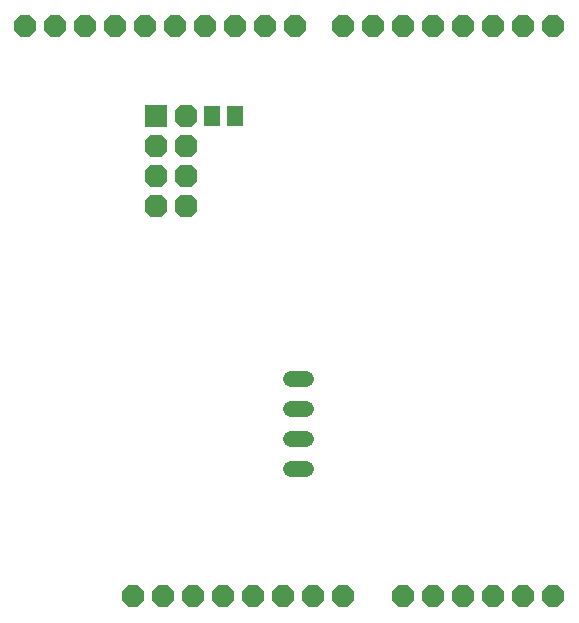
<source format=gbs>
G04 This is an RS-274x file exported by *
G04 gerbv version 2.6.1 *
G04 More information is available about gerbv at *
G04 http://gerbv.geda-project.org/ *
G04 --End of header info--*
%MOIN*%
%FSLAX34Y34*%
%IPPOS*%
G04 --Define apertures--*
%ADD10C,0.1320*%
%AMMACRO11*
5,1,8,0.000000,0.000000,0.077932,22.500000*
%
%ADD11MACRO11*%
%ADD12C,0.0532*%
%ADD13R,0.0572X0.0651*%
%ADD14R,0.0760X0.0760*%
%AMMACRO15*
5,1,8,0.000000,0.000000,0.082262,22.500000*
%
%ADD15MACRO15*%
G04 --Start main section--*
G54D11*
G01X0009660Y0020500D03*
G01X0010660Y0020500D03*
G01X0011660Y0020500D03*
G01X0012659Y0020500D03*
G01X0013660Y0020500D03*
G01X0014660Y0020500D03*
G01X0015660Y0020500D03*
G01X0016660Y0020500D03*
G01X0017660Y0020500D03*
G01X0018660Y0020500D03*
G01X0020260Y0020500D03*
G01X0021260Y0020500D03*
G01X0022260Y0020500D03*
G01X0023260Y0020500D03*
G01X0024260Y0020500D03*
G01X0025260Y0020500D03*
G01X0026260Y0020500D03*
G01X0027260Y0020500D03*
G01X0027260Y0001500D03*
G01X0026260Y0001500D03*
G01X0025260Y0001500D03*
G01X0024260Y0001500D03*
G01X0023260Y0001500D03*
G01X0022260Y0001500D03*
G01X0020260Y0001500D03*
G01X0019260Y0001500D03*
G01X0018260Y0001500D03*
G01X0017260Y0001500D03*
G01X0016260Y0001500D03*
G01X0015260Y0001500D03*
G01X0014260Y0001500D03*
G01X0013260Y0001500D03*
G54D12*
G01X0018523Y0005750D02*
G01X0018996Y0005750D01*
G01X0018996Y0006750D02*
G01X0018523Y0006750D01*
G01X0018523Y0007750D02*
G01X0018996Y0007750D01*
G01X0018996Y0008750D02*
G01X0018523Y0008750D01*
G54D13*
G01X0016634Y0017500D03*
G01X0015885Y0017500D03*
G54D14*
G01X0014010Y0017500D03*
G54D15*
G01X0015010Y0017500D03*
G01X0015010Y0016500D03*
G01X0014010Y0016500D03*
G01X0014010Y0015500D03*
G01X0015010Y0015500D03*
G01X0015010Y0014500D03*
G01X0014010Y0014500D03*
M02*

</source>
